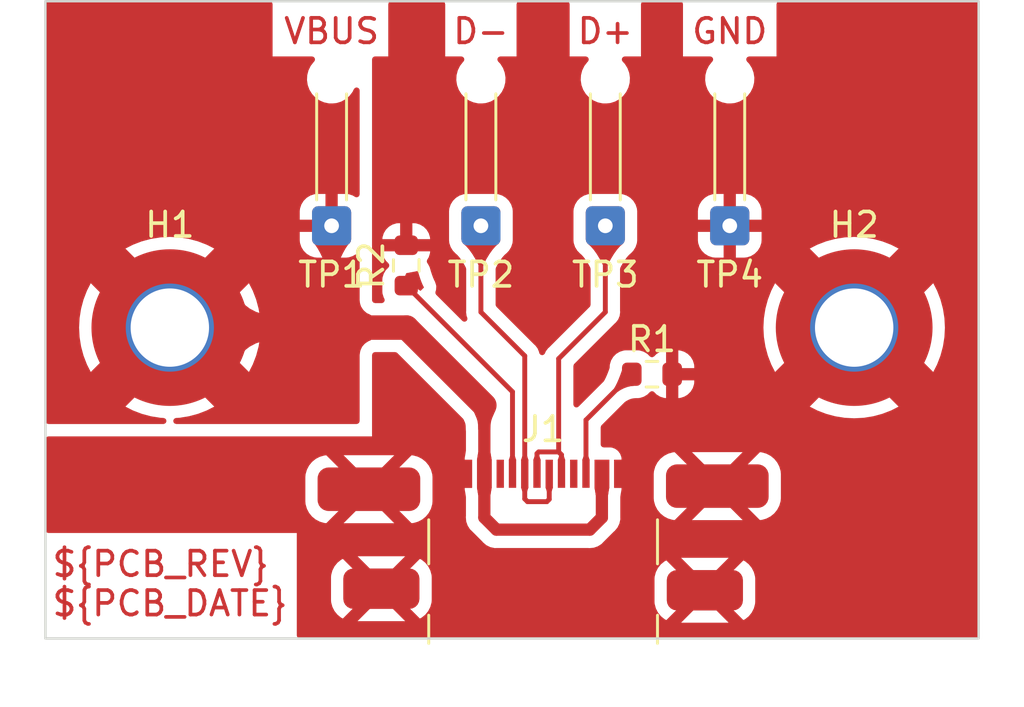
<source format=kicad_pcb>
(kicad_pcb (version 20221018) (generator pcbnew)
  (layers (0 "F.Cu" signal) (31 "B.Cu" signal) (34 "B.Paste" user) (35 "F.Paste" user) (36 "B.SilkS" user "B.Silkscreen") (37 "F.SilkS" user "F.Silkscreen") (38 "B.Mask" user) (39 "F.Mask" user) (44 "Edge.Cuts" user))
  (net 0 "")
  (net 1 "VBUS")
  (net 2 "GND")
  (net 3 "Net-(J1-CC1)")
  (net 4 "D+")
  (net 5 "D-")
  (net 7 "Net-(J1-CC2)")
  (footprint "Resistor_SMD:R_0603_1608Metric" (layer "F.Cu") (at 96.012 60.96 90)
    (fp_text reference "R2" (at 0 -1.43 90) (layer "F.SilkS"))
    (fp_text value "5k1")
    (fp_line (start -0.237258 -0.5225) (end 0.237258 -0.5225) (stroke (width 0.12)) (layer "F.SilkS"))
    (fp_line (start -0.237258 0.5225) (end 0.237258 0.5225) (stroke (width 0.12)) (layer "F.SilkS"))
    (pad "1" smd roundrect (at -0.825 0 90) (size 0.8 0.95) (layers "F.Cu" "F.Paste" "F.Mask") (net 3 "Net-(J1-CC1)"))
    (pad "2" smd roundrect (at 0.825 0 90) (size 0.8 0.95) (layers "F.Cu" "F.Paste" "F.Mask") (net 2 "GND"))
  )
  (footprint "Connector_USB:USB_C_Receptacle_GCT_USB4105-xx-A_16P_TopMnt_Horizontal" (layer "F.Cu") (at 101.6 73.152)
    (fp_text reference "J1" (at 0 -5.5 unlocked) (layer "F.SilkS"))
    (fp_text value "USB_C_Receptacle_USB2.0")
    (fp_line (start -4.67 0) (end -4.67 -1.8) (stroke (width 0.12)) (layer "F.SilkS"))
    (fp_line (start -4.67 2.1) (end -4.67 3.25) (stroke (width 0.12)) (layer "F.SilkS"))
    (fp_line (start 4.67 0) (end 4.67 -1.8) (stroke (width 0.12)) (layer "F.SilkS"))
    (fp_line (start 4.67 2.1) (end 4.67 3.25) (stroke (width 0.12)) (layer "F.SilkS"))
    (pad "A1" smd rect (at -3.2 -3.68) (size 0.6 1.15) (layers "F.Cu" "F.Paste" "F.Mask") (net 2 "GND"))
    (pad "A4" smd rect (at -2.4 -3.68) (size 0.6 1.15) (layers "F.Cu" "F.Paste" "F.Mask") (net 1 "VBUS"))
    (pad "A5" smd rect (at -1.25 -3.68) (size 0.3 1.15) (layers "F.Cu" "F.Paste" "F.Mask") (net 3 "Net-(J1-CC1)"))
    (pad "A6" smd rect (at -0.25 -3.68) (size 0.3 1.15) (layers "F.Cu" "F.Paste" "F.Mask") (net 4 "D+"))
    (pad "A7" smd rect (at 0.25 -3.68) (size 0.3 1.15) (layers "F.Cu" "F.Paste" "F.Mask") (net 5 "D-"))
    (pad "A8" smd rect (at 1.25 -3.68) (size 0.3 1.15) (layers "F.Cu" "F.Paste" "F.Mask"))
    (pad "A9" smd rect (at 2.4 -3.68) (size 0.6 1.15) (layers "F.Cu" "F.Paste" "F.Mask") (net 1 "VBUS"))
    (pad "A12" smd rect (at 3.2 -3.68) (size 0.6 1.15) (layers "F.Cu" "F.Paste" "F.Mask") (net 2 "GND"))
    (pad "B1" smd rect (at 3.2 -3.68) (size 0.6 1.15) (layers "F.Cu" "F.Paste" "F.Mask") (net 2 "GND"))
    (pad "B4" smd rect (at 2.4 -3.68) (size 0.6 1.15) (layers "F.Cu" "F.Paste" "F.Mask") (net 1 "VBUS"))
    (pad "B5" smd rect (at 1.75 -3.68) (size 0.3 1.15) (layers "F.Cu" "F.Paste" "F.Mask") (net 7 "Net-(J1-CC2)"))
    (pad "B6" smd rect (at 0.75 -3.68) (size 0.3 1.15) (layers "F.Cu" "F.Paste" "F.Mask") (net 4 "D+"))
    (pad "B7" smd rect (at -0.75 -3.68) (size 0.3 1.15) (layers "F.Cu" "F.Paste" "F.Mask") (net 5 "D-"))
    (pad "B8" smd rect (at -1.75 -3.68) (size 0.3 1.15) (layers "F.Cu" "F.Paste" "F.Mask"))
    (pad "B9" smd rect (at -2.4 -3.68) (size 0.6 1.15) (layers "F.Cu" "F.Paste" "F.Mask") (net 1 "VBUS"))
    (pad "B12" smd rect (at -3.2 -3.68) (size 0.6 1.15) (layers "F.Cu" "F.Paste" "F.Mask") (net 2 "GND"))
    (pad "S1" smd roundrect (at -7.112 -3.048) (size 4.191 1.778) (layers "F.Cu" "F.Paste" "F.Mask") (net 2 "GND"))
    (pad "S1" smd roundrect (at -6.604 1.016) (size 3.1115 1.651) (layers "F.Cu" "F.Paste" "F.Mask") (net 2 "GND"))
    (pad "S1" smd roundrect (at 6.604 1.0795) (size 3.1115 1.651) (layers "F.Cu" "F.Paste" "F.Mask") (net 2 "GND"))
    (pad "S1" smd roundrect (at 7.112 -3.175) (size 4.191 1.778) (layers "F.Cu" "F.Paste" "F.Mask") (net 2 "GND"))
  )
  (footprint "MountingHole:MountingHole_3.2mm_M3_Pad_TopOnly" (layer "F.Cu") (at 114.3 63.5)
    (fp_text reference "H2" (at 0 -4.2) (layer "F.SilkS"))
    (fp_text value "MountingHole_Pad")
    (pad "1" thru_hole circle (at 0 0) (size 3.6 3.6) (drill 3.2) (layers "*.Cu" "*.Mask") (net 2 "GND"))
    (pad "1" connect circle (at 0 0) (size 6.4 6.4) (layers "F.Cu" "F.Mask") (net 2 "GND") (thermal_bridge_width 2))
  )
  (footprint "Connector_Wire:SolderWire-0.1sqmm_1x01_D0.4mm_OD1mm_Relief" (layer "F.Cu") (at 92.964 59.34 180)
    (fp_text reference "TP1" (at 0 -2) (layer "F.SilkS"))
    (fp_text value "VBUS" (at 0 7.95) (layer "F.Cu"))
    (fp_line (start -0.61 1.06) (end -0.61 5.39) (stroke (width 0.12)) (layer "F.SilkS"))
    (fp_line (start 0.61 1.06) (end 0.61 5.39) (stroke (width 0.12)) (layer "F.SilkS"))
    (pad "" np_thru_hole circle (at 0 6 180) (size 1.5 1.5) (drill 1.5) (layers "*.Cu" "*.Mask"))
    (pad "1" thru_hole roundrect (at 0 0 180) (size 1.6 1.6) (drill 0.6) (layers "*.Cu" "*.Mask") (roundrect_rratio 0.15625) (net 1 "VBUS"))
  )
  (footprint "Connector_Wire:SolderWire-0.1sqmm_1x01_D0.4mm_OD1mm_Relief" (layer "F.Cu") (at 99.06 59.34 180)
    (fp_text reference "TP2" (at 0 -2) (layer "F.SilkS"))
    (fp_text value "D-" (at 0 7.95) (layer "F.Cu"))
    (fp_line (start -0.61 1.06) (end -0.61 5.39) (stroke (width 0.12)) (layer "F.SilkS"))
    (fp_line (start 0.61 1.06) (end 0.61 5.39) (stroke (width 0.12)) (layer "F.SilkS"))
    (pad "" np_thru_hole circle (at 0 6 180) (size 1.5 1.5) (drill 1.5) (layers "*.Cu" "*.Mask"))
    (pad "1" thru_hole roundrect (at 0 0 180) (size 1.6 1.6) (drill 0.6) (layers "*.Cu" "*.Mask") (roundrect_rratio 0.15625) (net 5 "D-"))
  )
  (footprint "Resistor_SMD:R_0603_1608Metric" (layer "F.Cu") (at 106.045 65.405)
    (fp_text reference "R1" (at 0 -1.43) (layer "F.SilkS"))
    (fp_text value "5k1")
    (fp_line (start -0.237258 -0.5225) (end 0.237258 -0.5225) (stroke (width 0.12)) (layer "F.SilkS"))
    (fp_line (start -0.237258 0.5225) (end 0.237258 0.5225) (stroke (width 0.12)) (layer "F.SilkS"))
    (pad "1" smd roundrect (at -0.825 0) (size 0.8 0.95) (layers "F.Cu" "F.Paste" "F.Mask") (net 7 "Net-(J1-CC2)"))
    (pad "2" smd roundrect (at 0.825 0) (size 0.8 0.95) (layers "F.Cu" "F.Paste" "F.Mask") (net 2 "GND"))
  )
  (footprint "Connector_Wire:SolderWire-0.1sqmm_1x01_D0.4mm_OD1mm_Relief" (layer "F.Cu") (at 109.22 59.34 180)
    (fp_text reference "TP4" (at 0 -2) (layer "F.SilkS"))
    (fp_text value "GND" (at 0 7.95) (layer "F.Cu"))
    (fp_line (start -0.61 1.06) (end -0.61 5.39) (stroke (width 0.12)) (layer "F.SilkS"))
    (fp_line (start 0.61 1.06) (end 0.61 5.39) (stroke (width 0.12)) (layer "F.SilkS"))
    (pad "" np_thru_hole circle (at 0 6 180) (size 1.5 1.5) (drill 1.5) (layers "*.Cu" "*.Mask"))
    (pad "1" thru_hole roundrect (at 0 0 180) (size 1.6 1.6) (drill 0.6) (layers "*.Cu" "*.Mask") (roundrect_rratio 0.15625) (net 2 "GND"))
  )
  (footprint "Connector_Wire:SolderWire-0.1sqmm_1x01_D0.4mm_OD1mm_Relief" (layer "F.Cu") (at 104.14 59.34 180)
    (fp_text reference "TP3" (at 0 -2) (layer "F.SilkS"))
    (fp_text value "D+" (at 0 7.95) (layer "F.Cu"))
    (fp_line (start -0.61 1.06) (end -0.61 5.39) (stroke (width 0.12)) (layer "F.SilkS"))
    (fp_line (start 0.61 1.06) (end 0.61 5.39) (stroke (width 0.12)) (layer "F.SilkS"))
    (pad "" np_thru_hole circle (at 0 6 180) (size 1.5 1.5) (drill 1.5) (layers "*.Cu" "*.Mask"))
    (pad "1" thru_hole roundrect (at 0 0 180) (size 1.6 1.6) (drill 0.6) (layers "*.Cu" "*.Mask") (roundrect_rratio 0.15625) (net 4 "D+"))
  )
  (footprint "MountingHole:MountingHole_3.2mm_M3_Pad_TopOnly" (layer "F.Cu") (at 86.36 63.5)
    (fp_text reference "H1" (at 0 -4.2) (layer "F.SilkS"))
    (fp_text value "MountingHole_Pad")
    (pad "1" thru_hole circle (at 0 0) (size 3.6 3.6) (drill 3.2) (layers "*.Cu" "*.Mask") (net 1 "VBUS"))
    (pad "1" connect circle (at 0 0) (size 6.4 6.4) (layers "F.Cu" "F.Mask") (net 1 "VBUS") (thermal_bridge_width 2))
  )
  (gr_rect (start 81.28 50.165) (end 119.38 76.2) (stroke (width 0.1)) (fill none) (layer "Edge.Cuts"))
  (gr_text "${PCB_REV}\n${PCB_DATE}" (at 81.4832 73.9648) (layer "F.Cu") (effects (font (size 1 1)) (justify left)))
  (segment (start 96.025 63.5) (end 99.2 66.675) (width 1) (layer "F.Cu") (net 1))
  (segment (start 99.2 71.26) (end 99.695 71.755) (width 0.5) (layer "F.Cu") (net 1))
  (segment (start 86.36 63.5) (end 93.98 63.5) (width 1) (layer "F.Cu") (net 1))
  (segment (start 92.964 62.484) (end 93.98 63.5) (width 0.5) (layer "F.Cu") (net 1))
  (segment (start 92.964 59.34) (end 92.964 62.484) (width 0.5) (layer "F.Cu") (net 1))
  (segment (start 104 71.26) (end 104 69.472) (width 0.5) (layer "F.Cu") (net 1))
  (segment (start 93.98 63.5) (end 96.025 63.5) (width 1) (layer "F.Cu") (net 1))
  (segment (start 99.2 69.472) (end 99.2 71.26) (width 0.5) (layer "F.Cu") (net 1))
  (segment (start 99.2 69.472) (end 99.2 66.675) (width 0.5) (layer "F.Cu") (net 1))
  (segment (start 99.695 71.755) (end 103.505 71.755) (width 0.5) (layer "F.Cu") (net 1))
  (segment (start 103.505 71.755) (end 104 71.26) (width 0.5) (layer "F.Cu") (net 1))
  (segment (start 100.35 69.472) (end 100.35 66.123) (width 0.2) (layer "F.Cu") (net 3))
  (segment (start 100.35 66.123) (end 96.012 61.785) (width 0.2) (layer "F.Cu") (net 3))
  (segment (start 102.235 68.58) (end 102.35 68.695) (width 0.2) (layer "F.Cu") (net 4))
  (segment (start 104.14 62.865) (end 104.14 59.34) (width 0.2) (layer "F.Cu") (net 4))
  (segment (start 101.35 69.472) (end 101.35 68.647) (width 0.2) (layer "F.Cu") (net 4))
  (segment (start 102.35 68.695) (end 102.35 69.472) (width 0.2) (layer "F.Cu") (net 4))
  (segment (start 101.35 68.647) (end 101.417 68.58) (width 0.2) (layer "F.Cu") (net 4))
  (segment (start 102.235 64.77) (end 104.14 62.865) (width 0.2) (layer "F.Cu") (net 4))
  (segment (start 102.235 68.58) (end 102.235 64.77) (width 0.2) (layer "F.Cu") (net 4))
  (segment (start 101.417 68.58) (end 102.235 68.58) (width 0.2) (layer "F.Cu") (net 4))
  (segment (start 99.06 62.865) (end 99.06 59.34) (width 0.2) (layer "F.Cu") (net 5))
  (segment (start 100.85 64.655) (end 99.06 62.865) (width 0.2) (layer "F.Cu") (net 5))
  (segment (start 100.965 70.612) (end 101.7524 70.612) (width 0.2) (layer "F.Cu") (net 5))
  (segment (start 100.85 69.472) (end 100.85 64.655) (width 0.2) (layer "F.Cu") (net 5))
  (segment (start 100.85 70.497) (end 100.965 70.612) (width 0.2) (layer "F.Cu") (net 5))
  (segment (start 100.85 69.472) (end 100.85 70.497) (width 0.2) (layer "F.Cu") (net 5))
  (segment (start 101.7524 70.612) (end 101.85 70.5144) (width 0.2) (layer "F.Cu") (net 5))
  (segment (start 101.85 70.5144) (end 101.85 69.472) (width 0.2) (layer "F.Cu") (net 5))
  (segment (start 103.35 67.275) (end 105.22 65.405) (width 0.2) (layer "F.Cu") (net 7))
  (segment (start 103.35 69.472) (end 103.35 67.275) (width 0.2) (layer "F.Cu") (net 7))
  (zone (net 1) (net_name "VBUS") (layer "F.Cu") (connect_pads (clearance 0.5)) (min_thickness 0.25) (fill yes (thermal_gap 0.5) (thermal_bridge_width 0.5))
    (polygon (pts (xy 81.28 50.165) (xy 94.615 50.165) (xy 94.615 67.945) (xy 81.28 67.945)))
  )
  (zone (net 2) (net_name "GND") (layer "F.Cu") (priority 1) (connect_pads (clearance 0.5)) (min_thickness 0.25) (fill yes (thermal_gap 0.5) (thermal_bridge_width 0.5))
    (polygon (pts (xy 81.28 67.945) (xy 81.28 76.2) (xy 119.38 76.2) (xy 119.38 50.165) (xy 94.615 50.165) (xy 94.615 67.945)))
  )
)
</source>
